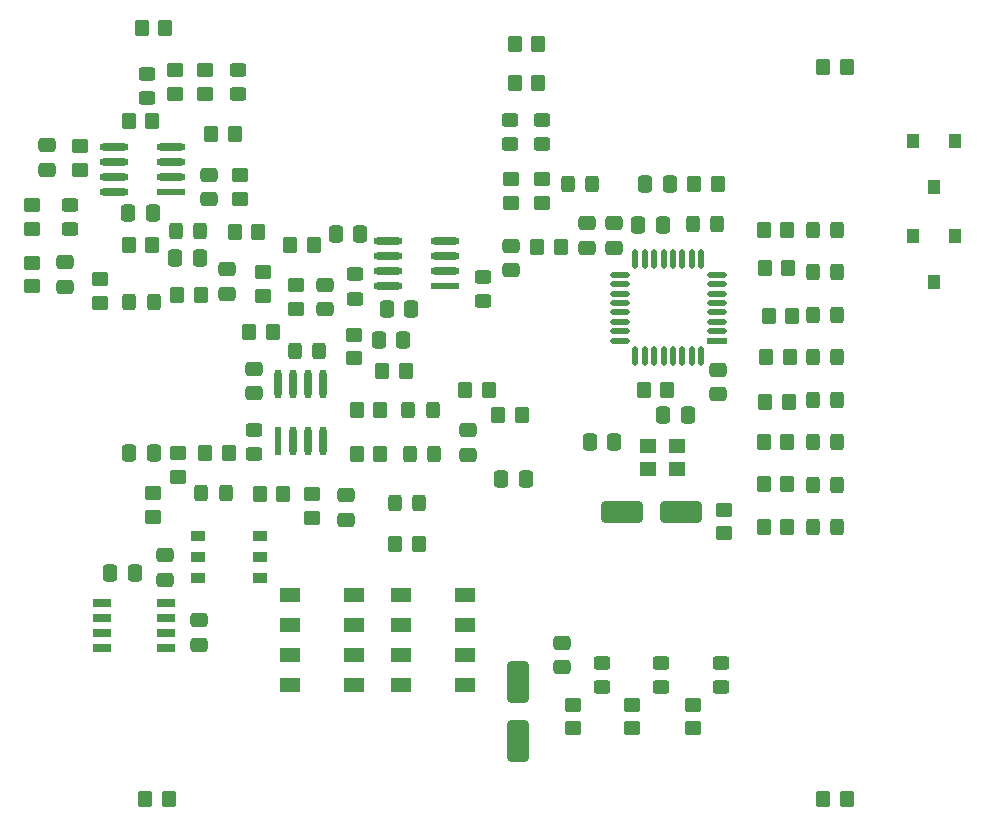
<source format=gbr>
%TF.GenerationSoftware,KiCad,Pcbnew,8.0.1*%
%TF.CreationDate,2024-09-19T19:56:23+03:00*%
%TF.ProjectId,Nodes,4e6f6465-732e-46b6-9963-61645f706362,rev?*%
%TF.SameCoordinates,Original*%
%TF.FileFunction,Paste,Top*%
%TF.FilePolarity,Positive*%
%FSLAX46Y46*%
G04 Gerber Fmt 4.6, Leading zero omitted, Abs format (unit mm)*
G04 Created by KiCad (PCBNEW 8.0.1) date 2024-09-19 19:56:23*
%MOMM*%
%LPD*%
G01*
G04 APERTURE LIST*
G04 Aperture macros list*
%AMRoundRect*
0 Rectangle with rounded corners*
0 $1 Rounding radius*
0 $2 $3 $4 $5 $6 $7 $8 $9 X,Y pos of 4 corners*
0 Add a 4 corners polygon primitive as box body*
4,1,4,$2,$3,$4,$5,$6,$7,$8,$9,$2,$3,0*
0 Add four circle primitives for the rounded corners*
1,1,$1+$1,$2,$3*
1,1,$1+$1,$4,$5*
1,1,$1+$1,$6,$7*
1,1,$1+$1,$8,$9*
0 Add four rect primitives between the rounded corners*
20,1,$1+$1,$2,$3,$4,$5,0*
20,1,$1+$1,$4,$5,$6,$7,0*
20,1,$1+$1,$6,$7,$8,$9,0*
20,1,$1+$1,$8,$9,$2,$3,0*%
G04 Aperture macros list end*
%ADD10RoundRect,0.250000X1.500000X0.650000X-1.500000X0.650000X-1.500000X-0.650000X1.500000X-0.650000X0*%
%ADD11RoundRect,0.250000X-0.337500X-0.475000X0.337500X-0.475000X0.337500X0.475000X-0.337500X0.475000X0*%
%ADD12RoundRect,0.250000X-0.475000X0.337500X-0.475000X-0.337500X0.475000X-0.337500X0.475000X0.337500X0*%
%ADD13RoundRect,0.250000X-0.325000X-0.450000X0.325000X-0.450000X0.325000X0.450000X-0.325000X0.450000X0*%
%ADD14RoundRect,0.250000X0.337500X0.475000X-0.337500X0.475000X-0.337500X-0.475000X0.337500X-0.475000X0*%
%ADD15RoundRect,0.250000X0.350000X0.450000X-0.350000X0.450000X-0.350000X-0.450000X0.350000X-0.450000X0*%
%ADD16RoundRect,0.250000X0.450000X-0.350000X0.450000X0.350000X-0.450000X0.350000X-0.450000X-0.350000X0*%
%ADD17RoundRect,0.250000X-0.450000X0.350000X-0.450000X-0.350000X0.450000X-0.350000X0.450000X0.350000X0*%
%ADD18RoundRect,0.250000X0.475000X-0.337500X0.475000X0.337500X-0.475000X0.337500X-0.475000X-0.337500X0*%
%ADD19RoundRect,0.250000X-0.450000X0.325000X-0.450000X-0.325000X0.450000X-0.325000X0.450000X0.325000X0*%
%ADD20RoundRect,0.250000X0.325000X0.450000X-0.325000X0.450000X-0.325000X-0.450000X0.325000X-0.450000X0*%
%ADD21R,1.680000X1.270000*%
%ADD22RoundRect,0.250000X-0.350000X-0.450000X0.350000X-0.450000X0.350000X0.450000X-0.350000X0.450000X0*%
%ADD23R,2.469160X0.622130*%
%ADD24RoundRect,0.311065X0.923515X0.000010X-0.923515X0.000010X-0.923515X-0.000010X0.923515X-0.000010X0*%
%ADD25R,1.655240X0.525830*%
%ADD26RoundRect,0.262915X0.564705X0.000010X-0.564705X0.000010X-0.564705X-0.000010X0.564705X-0.000010X0*%
%ADD27RoundRect,0.262915X0.000010X0.564705X-0.000010X0.564705X-0.000010X-0.564705X0.000010X-0.564705X0*%
%ADD28R,0.622130X2.469160*%
%ADD29RoundRect,0.311065X0.000010X-0.923515X0.000010X0.923515X-0.000010X0.923515X-0.000010X-0.923515X0*%
%ADD30R,1.528000X0.650000*%
%ADD31R,1.000000X1.300000*%
%ADD32R,1.300000X0.900000*%
%ADD33R,1.400000X1.200000*%
%ADD34RoundRect,0.250000X-0.650000X1.500000X-0.650000X-1.500000X0.650000X-1.500000X0.650000X1.500000X0*%
G04 APERTURE END LIST*
D10*
%TO.C,D2*%
X156501100Y-111703600D03*
X151501100Y-111703600D03*
%TD*%
D11*
%TO.C,C28*%
X108163600Y-116903600D03*
X110238600Y-116903600D03*
%TD*%
D12*
%TO.C,C59*%
X138401100Y-104766100D03*
X138401100Y-106841100D03*
%TD*%
D13*
%TO.C,L14*%
X109776100Y-93903600D03*
X111826100Y-93903600D03*
%TD*%
D11*
%TO.C,C5*%
X153463600Y-83903600D03*
X155538600Y-83903600D03*
%TD*%
D14*
%TO.C,C25*%
X143338600Y-108903600D03*
X141263600Y-108903600D03*
%TD*%
D15*
%TO.C,R14*%
X165901100Y-95103600D03*
X163901100Y-95103600D03*
%TD*%
D16*
%TO.C,R74*%
X123901100Y-94503600D03*
X123901100Y-92503600D03*
%TD*%
D17*
%TO.C,R44*%
X152301100Y-128003600D03*
X152301100Y-130003600D03*
%TD*%
D15*
%TO.C,R3*%
X165701100Y-98603600D03*
X163701100Y-98603600D03*
%TD*%
D18*
%TO.C,C1*%
X150801100Y-89341100D03*
X150801100Y-87266100D03*
%TD*%
D19*
%TO.C,L7*%
X144701100Y-78478600D03*
X144701100Y-80528600D03*
%TD*%
D20*
%TO.C,L16*%
X125826100Y-98103600D03*
X123776100Y-98103600D03*
%TD*%
D21*
%TO.C,J8*%
X123381120Y-126313580D03*
X128821090Y-126313580D03*
X123381120Y-123773580D03*
X128821090Y-123773580D03*
X123381120Y-121233580D03*
X128821090Y-121233580D03*
X123381120Y-118693580D03*
X128821090Y-118693580D03*
%TD*%
D15*
%TO.C,R32*%
X131026100Y-106803600D03*
X129026100Y-106803600D03*
%TD*%
D12*
%TO.C,C58*%
X142101100Y-89166100D03*
X142101100Y-91241100D03*
%TD*%
D13*
%TO.C,LED5*%
X167651100Y-95003600D03*
X169701100Y-95003600D03*
%TD*%
D17*
%TO.C,R73*%
X113901100Y-106703600D03*
X113901100Y-108703600D03*
%TD*%
D15*
%TO.C,R17*%
X165476100Y-113003600D03*
X163476100Y-113003600D03*
%TD*%
%TO.C,R31*%
X131001100Y-103103600D03*
X129001100Y-103103600D03*
%TD*%
D17*
%TO.C,R33*%
X160101100Y-111503600D03*
X160101100Y-113503600D03*
%TD*%
D19*
%TO.C,L10*%
X128901100Y-91578600D03*
X128901100Y-93628600D03*
%TD*%
D12*
%TO.C,C3*%
X159601100Y-99666100D03*
X159601100Y-101741100D03*
%TD*%
D22*
%TO.C,R56*%
X142401100Y-75403600D03*
X144401100Y-75403600D03*
%TD*%
D11*
%TO.C,C73*%
X109663600Y-86403600D03*
X111738600Y-86403600D03*
%TD*%
D19*
%TO.C,L21*%
X119001100Y-74278600D03*
X119001100Y-76328600D03*
%TD*%
D22*
%TO.C,R52*%
X144301100Y-89303600D03*
X146301100Y-89303600D03*
%TD*%
D19*
%TO.C,LED14*%
X154801100Y-124478600D03*
X154801100Y-126528600D03*
%TD*%
D22*
%TO.C,R114*%
X153301100Y-101403600D03*
X155301100Y-101403600D03*
%TD*%
D13*
%TO.C,L13*%
X115876100Y-110103600D03*
X117926100Y-110103600D03*
%TD*%
D23*
%TO.C,U5*%
X136514660Y-92608580D03*
D24*
X136514660Y-91338580D03*
X136514660Y-90068580D03*
X136514660Y-88798580D03*
X131687490Y-88798580D03*
X131687490Y-90068580D03*
X131687490Y-91338580D03*
X131687490Y-92608580D03*
%TD*%
D23*
%TO.C,U9*%
X113314670Y-84608630D03*
D24*
X113314670Y-83338630D03*
X113314670Y-82068630D03*
X113314670Y-80798630D03*
X108487500Y-80798630D03*
X108487500Y-82068630D03*
X108487500Y-83338630D03*
X108487500Y-84608630D03*
%TD*%
D15*
%TO.C,R70*%
X121901100Y-96503600D03*
X119901100Y-96503600D03*
%TD*%
D13*
%TO.C,LED9*%
X167651100Y-109403600D03*
X169701100Y-109403600D03*
%TD*%
D22*
%TO.C,R59*%
X131201100Y-99803600D03*
X133201100Y-99803600D03*
%TD*%
%TO.C,R58*%
X141001100Y-103503600D03*
X143001100Y-103503600D03*
%TD*%
%TO.C,R65*%
X120801100Y-110203600D03*
X122801100Y-110203600D03*
%TD*%
D19*
%TO.C,L15*%
X120301100Y-104778600D03*
X120301100Y-106828600D03*
%TD*%
D18*
%TO.C,C74*%
X102801100Y-82741100D03*
X102801100Y-80666100D03*
%TD*%
D12*
%TO.C,C76*%
X118001100Y-91166100D03*
X118001100Y-93241100D03*
%TD*%
D17*
%TO.C,R90*%
X101501100Y-85703600D03*
X101501100Y-87703600D03*
%TD*%
D13*
%TO.C,LED10*%
X133401100Y-103103600D03*
X135451100Y-103103600D03*
%TD*%
D12*
%TO.C,C65*%
X128101100Y-110266100D03*
X128101100Y-112341100D03*
%TD*%
D15*
%TO.C,R28*%
X165476100Y-109303600D03*
X163476100Y-109303600D03*
%TD*%
D17*
%TO.C,R87*%
X119101100Y-83203600D03*
X119101100Y-85203600D03*
%TD*%
D19*
%TO.C,LED12*%
X159901100Y-124478600D03*
X159901100Y-126528600D03*
%TD*%
D25*
%TO.C,U1*%
X159526540Y-97203630D03*
D26*
X159526540Y-96403630D03*
X159526540Y-95603630D03*
X159526540Y-94803630D03*
X159526540Y-94003630D03*
X159526540Y-93203630D03*
X159526540Y-92403630D03*
X159526540Y-91603640D03*
D27*
X158201070Y-90278160D03*
X157401070Y-90278160D03*
X156601070Y-90278160D03*
X155801070Y-90278160D03*
X155001080Y-90278160D03*
X154201080Y-90278160D03*
X153401080Y-90278160D03*
X152601080Y-90278160D03*
D26*
X151275610Y-91603640D03*
X151275610Y-92403630D03*
X151275610Y-93203630D03*
X151275610Y-94003630D03*
X151275610Y-94803630D03*
X151275610Y-95603630D03*
X151275610Y-96403630D03*
X151275610Y-97203630D03*
D27*
X152601080Y-98529100D03*
X153401080Y-98529100D03*
X154201080Y-98529100D03*
X155001080Y-98529100D03*
X155801070Y-98529100D03*
X156601070Y-98529100D03*
X157401070Y-98529100D03*
X158201070Y-98529100D03*
%TD*%
D19*
%TO.C,L9*%
X139701100Y-91778600D03*
X139701100Y-93828600D03*
%TD*%
D17*
%TO.C,R71*%
X111801100Y-110103600D03*
X111801100Y-112103600D03*
%TD*%
%TO.C,R55*%
X128801100Y-96703600D03*
X128801100Y-98703600D03*
%TD*%
D13*
%TO.C,LED2*%
X167651100Y-87803600D03*
X169701100Y-87803600D03*
%TD*%
D18*
%TO.C,C26*%
X148501100Y-89341100D03*
X148501100Y-87266100D03*
%TD*%
D12*
%TO.C,C24*%
X146401100Y-122766100D03*
X146401100Y-124841100D03*
%TD*%
D11*
%TO.C,C60*%
X130863600Y-97103600D03*
X132938600Y-97103600D03*
%TD*%
D15*
%TO.C,R86*%
X111701100Y-78603600D03*
X109701100Y-78603600D03*
%TD*%
D13*
%TO.C,LED6*%
X167651100Y-102203600D03*
X169701100Y-102203600D03*
%TD*%
D15*
%TO.C,R54*%
X125401100Y-89103600D03*
X123401100Y-89103600D03*
%TD*%
%TO.C,R53*%
X140201100Y-101403600D03*
X138201100Y-101403600D03*
%TD*%
D22*
%TO.C,R13*%
X163551100Y-91003600D03*
X165551100Y-91003600D03*
%TD*%
D16*
%TO.C,R34*%
X157501100Y-130003600D03*
X157501100Y-128003600D03*
%TD*%
D13*
%TO.C,L23*%
X113676100Y-87903600D03*
X115726100Y-87903600D03*
%TD*%
D15*
%TO.C,R110*%
X113101100Y-136003600D03*
X111101100Y-136003600D03*
%TD*%
D19*
%TO.C,L8*%
X142001100Y-78478600D03*
X142001100Y-80528600D03*
%TD*%
D14*
%TO.C,C6*%
X150838600Y-105803600D03*
X148763600Y-105803600D03*
%TD*%
D28*
%TO.C,U7*%
X122396140Y-105717170D03*
D29*
X123666140Y-105717170D03*
X124936140Y-105717170D03*
X126206140Y-105717170D03*
X126206140Y-100890000D03*
X124936140Y-100890000D03*
X123666140Y-100890000D03*
X122396140Y-100890000D03*
%TD*%
D13*
%TO.C,L1*%
X146876100Y-83903600D03*
X148926100Y-83903600D03*
%TD*%
D18*
%TO.C,C67*%
X126301100Y-94541100D03*
X126301100Y-92466100D03*
%TD*%
D17*
%TO.C,R94*%
X101501100Y-90603600D03*
X101501100Y-92603600D03*
%TD*%
%TO.C,R51*%
X142101100Y-83503600D03*
X142101100Y-85503600D03*
%TD*%
%TO.C,R93*%
X121101100Y-91403600D03*
X121101100Y-93403600D03*
%TD*%
D12*
%TO.C,C75*%
X116501100Y-83166100D03*
X116501100Y-85241100D03*
%TD*%
D15*
%TO.C,R36*%
X112801100Y-70703600D03*
X110801100Y-70703600D03*
%TD*%
D17*
%TO.C,R92*%
X113601100Y-74303600D03*
X113601100Y-76303600D03*
%TD*%
D14*
%TO.C,C2*%
X157038600Y-103503600D03*
X154963600Y-103503600D03*
%TD*%
D22*
%TO.C,R27*%
X163476100Y-105803600D03*
X165476100Y-105803600D03*
%TD*%
%TO.C,R2*%
X163476100Y-87803600D03*
X165476100Y-87803600D03*
%TD*%
D17*
%TO.C,R67*%
X125201100Y-110203600D03*
X125201100Y-112203600D03*
%TD*%
D11*
%TO.C,C4*%
X152863600Y-87403600D03*
X154938600Y-87403600D03*
%TD*%
D22*
%TO.C,R66*%
X113801100Y-93303600D03*
X115801100Y-93303600D03*
%TD*%
%TO.C,R45*%
X168501100Y-74003600D03*
X170501100Y-74003600D03*
%TD*%
%TO.C,R57*%
X142401100Y-72103600D03*
X144401100Y-72103600D03*
%TD*%
D13*
%TO.C,LED4*%
X167651100Y-91403600D03*
X169701100Y-91403600D03*
%TD*%
%TO.C,LED8*%
X167651100Y-105803600D03*
X169701100Y-105803600D03*
%TD*%
D30*
%TO.C,IC3*%
X112912100Y-123208560D03*
X112912100Y-121938560D03*
X112912100Y-120668560D03*
X112912100Y-119398560D03*
X107490060Y-119398560D03*
X107490060Y-120668560D03*
X107490060Y-121938560D03*
X107490060Y-123208560D03*
%TD*%
D18*
%TO.C,C49*%
X112801100Y-117441100D03*
X112801100Y-115366100D03*
%TD*%
D31*
%TO.C,SW1*%
X179651100Y-88303600D03*
X177901100Y-92203600D03*
X176151100Y-88303600D03*
%TD*%
D32*
%TO.C,SW3*%
X115601100Y-113753600D03*
X115601100Y-115503600D03*
X115601100Y-117253600D03*
X120801100Y-117253600D03*
X120801100Y-115503600D03*
X120801100Y-113753600D03*
%TD*%
D33*
%TO.C,Y1*%
X153701100Y-108053600D03*
X156101100Y-108053600D03*
X156101100Y-106153600D03*
X153701100Y-106153600D03*
%TD*%
D19*
%TO.C,LED13*%
X149801100Y-124478600D03*
X149801100Y-126528600D03*
%TD*%
D34*
%TO.C,D3*%
X142701100Y-126103600D03*
X142701100Y-131103600D03*
%TD*%
D12*
%TO.C,C77*%
X104301100Y-90566100D03*
X104301100Y-92641100D03*
%TD*%
D20*
%TO.C,LED1*%
X159526100Y-87303600D03*
X157476100Y-87303600D03*
%TD*%
D11*
%TO.C,C57*%
X127263600Y-88203600D03*
X129338600Y-88203600D03*
%TD*%
D17*
%TO.C,R50*%
X144701100Y-83503600D03*
X144701100Y-85503600D03*
%TD*%
D15*
%TO.C,R68*%
X118201100Y-106703600D03*
X116201100Y-106703600D03*
%TD*%
D13*
%TO.C,LED15*%
X132276100Y-110903600D03*
X134326100Y-110903600D03*
%TD*%
D17*
%TO.C,R41*%
X147301100Y-128003600D03*
X147301100Y-130003600D03*
%TD*%
D13*
%TO.C,LED11*%
X133501100Y-106803600D03*
X135551100Y-106803600D03*
%TD*%
D14*
%TO.C,C66*%
X111838600Y-106703600D03*
X109763600Y-106703600D03*
%TD*%
D19*
%TO.C,L22*%
X111301100Y-74578600D03*
X111301100Y-76628600D03*
%TD*%
D17*
%TO.C,R91*%
X116201100Y-74303600D03*
X116201100Y-76303600D03*
%TD*%
D14*
%TO.C,C64*%
X115738600Y-90203600D03*
X113663600Y-90203600D03*
%TD*%
D31*
%TO.C,SW2*%
X179651100Y-80253600D03*
X177901100Y-84153600D03*
X176151100Y-80253600D03*
%TD*%
D12*
%TO.C,C27*%
X115701100Y-120866100D03*
X115701100Y-122941100D03*
%TD*%
D15*
%TO.C,R1*%
X159601100Y-83903600D03*
X157601100Y-83903600D03*
%TD*%
D19*
%TO.C,L24*%
X104701100Y-85678600D03*
X104701100Y-87728600D03*
%TD*%
D15*
%TO.C,R69*%
X111701100Y-89103600D03*
X109701100Y-89103600D03*
%TD*%
D12*
%TO.C,C63*%
X120301100Y-99566100D03*
X120301100Y-101641100D03*
%TD*%
D22*
%TO.C,R16*%
X163601100Y-102403600D03*
X165601100Y-102403600D03*
%TD*%
D11*
%TO.C,C56*%
X131563600Y-94503600D03*
X133638600Y-94503600D03*
%TD*%
D22*
%TO.C,R38*%
X132301100Y-114403600D03*
X134301100Y-114403600D03*
%TD*%
D21*
%TO.C,J7*%
X132781090Y-126313600D03*
X138221110Y-126313600D03*
X132781090Y-123773600D03*
X138221110Y-123773600D03*
X132781090Y-121233600D03*
X138221110Y-121233600D03*
X132781090Y-118693600D03*
X138221110Y-118693600D03*
%TD*%
D13*
%TO.C,LED3*%
X167651100Y-98603600D03*
X169701100Y-98603600D03*
%TD*%
D15*
%TO.C,R85*%
X118701100Y-79703600D03*
X116701100Y-79703600D03*
%TD*%
D13*
%TO.C,LED7*%
X167651100Y-113003600D03*
X169701100Y-113003600D03*
%TD*%
D16*
%TO.C,R72*%
X107301100Y-94003600D03*
X107301100Y-92003600D03*
%TD*%
D22*
%TO.C,R108*%
X168501100Y-136003600D03*
X170501100Y-136003600D03*
%TD*%
D16*
%TO.C,R89*%
X105601100Y-82703600D03*
X105601100Y-80703600D03*
%TD*%
D22*
%TO.C,R88*%
X118701100Y-88003600D03*
X120701100Y-88003600D03*
%TD*%
M02*

</source>
